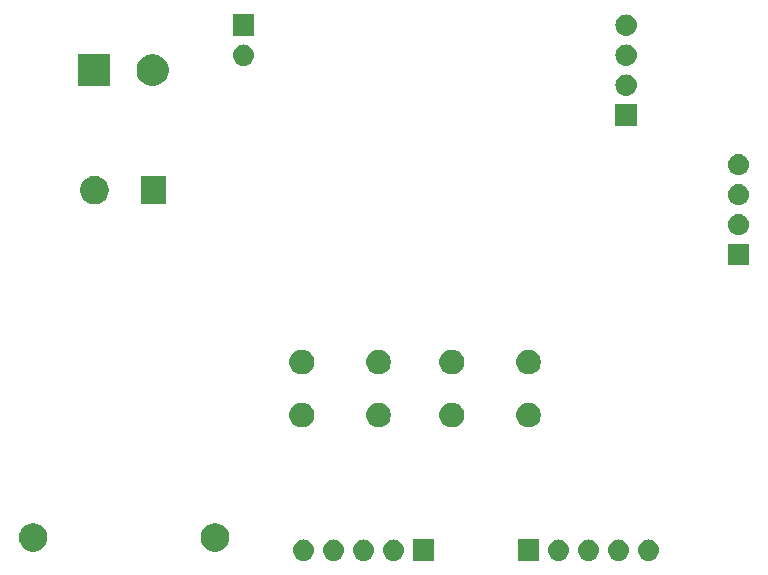
<source format=gbs>
G04 #@! TF.GenerationSoftware,KiCad,Pcbnew,(5.1.2)-1*
G04 #@! TF.CreationDate,2019-12-22T13:40:19+06:00*
G04 #@! TF.ProjectId,esp12e-simple-board,65737031-3265-42d7-9369-6d706c652d62,rev?*
G04 #@! TF.SameCoordinates,Original*
G04 #@! TF.FileFunction,Soldermask,Bot*
G04 #@! TF.FilePolarity,Negative*
%FSLAX46Y46*%
G04 Gerber Fmt 4.6, Leading zero omitted, Abs format (unit mm)*
G04 Created by KiCad (PCBNEW (5.1.2)-1) date 2019-12-22 13:40:19*
%MOMM*%
%LPD*%
G04 APERTURE LIST*
%ADD10C,0.100000*%
G04 APERTURE END LIST*
D10*
G36*
X49161000Y-60591000D02*
G01*
X47359000Y-60591000D01*
X47359000Y-58789000D01*
X49161000Y-58789000D01*
X49161000Y-60591000D01*
X49161000Y-60591000D01*
G37*
G36*
X43290442Y-58795518D02*
G01*
X43356627Y-58802037D01*
X43526466Y-58853557D01*
X43682991Y-58937222D01*
X43718729Y-58966552D01*
X43820186Y-59049814D01*
X43903448Y-59151271D01*
X43932778Y-59187009D01*
X44016443Y-59343534D01*
X44067963Y-59513373D01*
X44085359Y-59690000D01*
X44067963Y-59866627D01*
X44016443Y-60036466D01*
X43932778Y-60192991D01*
X43903448Y-60228729D01*
X43820186Y-60330186D01*
X43718729Y-60413448D01*
X43682991Y-60442778D01*
X43526466Y-60526443D01*
X43356627Y-60577963D01*
X43290443Y-60584481D01*
X43224260Y-60591000D01*
X43135740Y-60591000D01*
X43069557Y-60584481D01*
X43003373Y-60577963D01*
X42833534Y-60526443D01*
X42677009Y-60442778D01*
X42641271Y-60413448D01*
X42539814Y-60330186D01*
X42456552Y-60228729D01*
X42427222Y-60192991D01*
X42343557Y-60036466D01*
X42292037Y-59866627D01*
X42274641Y-59690000D01*
X42292037Y-59513373D01*
X42343557Y-59343534D01*
X42427222Y-59187009D01*
X42456552Y-59151271D01*
X42539814Y-59049814D01*
X42641271Y-58966552D01*
X42677009Y-58937222D01*
X42833534Y-58853557D01*
X43003373Y-58802037D01*
X43069558Y-58795518D01*
X43135740Y-58789000D01*
X43224260Y-58789000D01*
X43290442Y-58795518D01*
X43290442Y-58795518D01*
G37*
G36*
X45830442Y-58795518D02*
G01*
X45896627Y-58802037D01*
X46066466Y-58853557D01*
X46222991Y-58937222D01*
X46258729Y-58966552D01*
X46360186Y-59049814D01*
X46443448Y-59151271D01*
X46472778Y-59187009D01*
X46556443Y-59343534D01*
X46607963Y-59513373D01*
X46625359Y-59690000D01*
X46607963Y-59866627D01*
X46556443Y-60036466D01*
X46472778Y-60192991D01*
X46443448Y-60228729D01*
X46360186Y-60330186D01*
X46258729Y-60413448D01*
X46222991Y-60442778D01*
X46066466Y-60526443D01*
X45896627Y-60577963D01*
X45830443Y-60584481D01*
X45764260Y-60591000D01*
X45675740Y-60591000D01*
X45609557Y-60584481D01*
X45543373Y-60577963D01*
X45373534Y-60526443D01*
X45217009Y-60442778D01*
X45181271Y-60413448D01*
X45079814Y-60330186D01*
X44996552Y-60228729D01*
X44967222Y-60192991D01*
X44883557Y-60036466D01*
X44832037Y-59866627D01*
X44814641Y-59690000D01*
X44832037Y-59513373D01*
X44883557Y-59343534D01*
X44967222Y-59187009D01*
X44996552Y-59151271D01*
X45079814Y-59049814D01*
X45181271Y-58966552D01*
X45217009Y-58937222D01*
X45373534Y-58853557D01*
X45543373Y-58802037D01*
X45609558Y-58795518D01*
X45675740Y-58789000D01*
X45764260Y-58789000D01*
X45830442Y-58795518D01*
X45830442Y-58795518D01*
G37*
G36*
X40750442Y-58795518D02*
G01*
X40816627Y-58802037D01*
X40986466Y-58853557D01*
X41142991Y-58937222D01*
X41178729Y-58966552D01*
X41280186Y-59049814D01*
X41363448Y-59151271D01*
X41392778Y-59187009D01*
X41476443Y-59343534D01*
X41527963Y-59513373D01*
X41545359Y-59690000D01*
X41527963Y-59866627D01*
X41476443Y-60036466D01*
X41392778Y-60192991D01*
X41363448Y-60228729D01*
X41280186Y-60330186D01*
X41178729Y-60413448D01*
X41142991Y-60442778D01*
X40986466Y-60526443D01*
X40816627Y-60577963D01*
X40750443Y-60584481D01*
X40684260Y-60591000D01*
X40595740Y-60591000D01*
X40529557Y-60584481D01*
X40463373Y-60577963D01*
X40293534Y-60526443D01*
X40137009Y-60442778D01*
X40101271Y-60413448D01*
X39999814Y-60330186D01*
X39916552Y-60228729D01*
X39887222Y-60192991D01*
X39803557Y-60036466D01*
X39752037Y-59866627D01*
X39734641Y-59690000D01*
X39752037Y-59513373D01*
X39803557Y-59343534D01*
X39887222Y-59187009D01*
X39916552Y-59151271D01*
X39999814Y-59049814D01*
X40101271Y-58966552D01*
X40137009Y-58937222D01*
X40293534Y-58853557D01*
X40463373Y-58802037D01*
X40529558Y-58795518D01*
X40595740Y-58789000D01*
X40684260Y-58789000D01*
X40750442Y-58795518D01*
X40750442Y-58795518D01*
G37*
G36*
X38210442Y-58795518D02*
G01*
X38276627Y-58802037D01*
X38446466Y-58853557D01*
X38602991Y-58937222D01*
X38638729Y-58966552D01*
X38740186Y-59049814D01*
X38823448Y-59151271D01*
X38852778Y-59187009D01*
X38936443Y-59343534D01*
X38987963Y-59513373D01*
X39005359Y-59690000D01*
X38987963Y-59866627D01*
X38936443Y-60036466D01*
X38852778Y-60192991D01*
X38823448Y-60228729D01*
X38740186Y-60330186D01*
X38638729Y-60413448D01*
X38602991Y-60442778D01*
X38446466Y-60526443D01*
X38276627Y-60577963D01*
X38210443Y-60584481D01*
X38144260Y-60591000D01*
X38055740Y-60591000D01*
X37989557Y-60584481D01*
X37923373Y-60577963D01*
X37753534Y-60526443D01*
X37597009Y-60442778D01*
X37561271Y-60413448D01*
X37459814Y-60330186D01*
X37376552Y-60228729D01*
X37347222Y-60192991D01*
X37263557Y-60036466D01*
X37212037Y-59866627D01*
X37194641Y-59690000D01*
X37212037Y-59513373D01*
X37263557Y-59343534D01*
X37347222Y-59187009D01*
X37376552Y-59151271D01*
X37459814Y-59049814D01*
X37561271Y-58966552D01*
X37597009Y-58937222D01*
X37753534Y-58853557D01*
X37923373Y-58802037D01*
X37989558Y-58795518D01*
X38055740Y-58789000D01*
X38144260Y-58789000D01*
X38210442Y-58795518D01*
X38210442Y-58795518D01*
G37*
G36*
X58051000Y-60591000D02*
G01*
X56249000Y-60591000D01*
X56249000Y-58789000D01*
X58051000Y-58789000D01*
X58051000Y-60591000D01*
X58051000Y-60591000D01*
G37*
G36*
X59800442Y-58795518D02*
G01*
X59866627Y-58802037D01*
X60036466Y-58853557D01*
X60192991Y-58937222D01*
X60228729Y-58966552D01*
X60330186Y-59049814D01*
X60413448Y-59151271D01*
X60442778Y-59187009D01*
X60526443Y-59343534D01*
X60577963Y-59513373D01*
X60595359Y-59690000D01*
X60577963Y-59866627D01*
X60526443Y-60036466D01*
X60442778Y-60192991D01*
X60413448Y-60228729D01*
X60330186Y-60330186D01*
X60228729Y-60413448D01*
X60192991Y-60442778D01*
X60036466Y-60526443D01*
X59866627Y-60577963D01*
X59800443Y-60584481D01*
X59734260Y-60591000D01*
X59645740Y-60591000D01*
X59579557Y-60584481D01*
X59513373Y-60577963D01*
X59343534Y-60526443D01*
X59187009Y-60442778D01*
X59151271Y-60413448D01*
X59049814Y-60330186D01*
X58966552Y-60228729D01*
X58937222Y-60192991D01*
X58853557Y-60036466D01*
X58802037Y-59866627D01*
X58784641Y-59690000D01*
X58802037Y-59513373D01*
X58853557Y-59343534D01*
X58937222Y-59187009D01*
X58966552Y-59151271D01*
X59049814Y-59049814D01*
X59151271Y-58966552D01*
X59187009Y-58937222D01*
X59343534Y-58853557D01*
X59513373Y-58802037D01*
X59579558Y-58795518D01*
X59645740Y-58789000D01*
X59734260Y-58789000D01*
X59800442Y-58795518D01*
X59800442Y-58795518D01*
G37*
G36*
X62340442Y-58795518D02*
G01*
X62406627Y-58802037D01*
X62576466Y-58853557D01*
X62732991Y-58937222D01*
X62768729Y-58966552D01*
X62870186Y-59049814D01*
X62953448Y-59151271D01*
X62982778Y-59187009D01*
X63066443Y-59343534D01*
X63117963Y-59513373D01*
X63135359Y-59690000D01*
X63117963Y-59866627D01*
X63066443Y-60036466D01*
X62982778Y-60192991D01*
X62953448Y-60228729D01*
X62870186Y-60330186D01*
X62768729Y-60413448D01*
X62732991Y-60442778D01*
X62576466Y-60526443D01*
X62406627Y-60577963D01*
X62340443Y-60584481D01*
X62274260Y-60591000D01*
X62185740Y-60591000D01*
X62119557Y-60584481D01*
X62053373Y-60577963D01*
X61883534Y-60526443D01*
X61727009Y-60442778D01*
X61691271Y-60413448D01*
X61589814Y-60330186D01*
X61506552Y-60228729D01*
X61477222Y-60192991D01*
X61393557Y-60036466D01*
X61342037Y-59866627D01*
X61324641Y-59690000D01*
X61342037Y-59513373D01*
X61393557Y-59343534D01*
X61477222Y-59187009D01*
X61506552Y-59151271D01*
X61589814Y-59049814D01*
X61691271Y-58966552D01*
X61727009Y-58937222D01*
X61883534Y-58853557D01*
X62053373Y-58802037D01*
X62119558Y-58795518D01*
X62185740Y-58789000D01*
X62274260Y-58789000D01*
X62340442Y-58795518D01*
X62340442Y-58795518D01*
G37*
G36*
X64880442Y-58795518D02*
G01*
X64946627Y-58802037D01*
X65116466Y-58853557D01*
X65272991Y-58937222D01*
X65308729Y-58966552D01*
X65410186Y-59049814D01*
X65493448Y-59151271D01*
X65522778Y-59187009D01*
X65606443Y-59343534D01*
X65657963Y-59513373D01*
X65675359Y-59690000D01*
X65657963Y-59866627D01*
X65606443Y-60036466D01*
X65522778Y-60192991D01*
X65493448Y-60228729D01*
X65410186Y-60330186D01*
X65308729Y-60413448D01*
X65272991Y-60442778D01*
X65116466Y-60526443D01*
X64946627Y-60577963D01*
X64880443Y-60584481D01*
X64814260Y-60591000D01*
X64725740Y-60591000D01*
X64659557Y-60584481D01*
X64593373Y-60577963D01*
X64423534Y-60526443D01*
X64267009Y-60442778D01*
X64231271Y-60413448D01*
X64129814Y-60330186D01*
X64046552Y-60228729D01*
X64017222Y-60192991D01*
X63933557Y-60036466D01*
X63882037Y-59866627D01*
X63864641Y-59690000D01*
X63882037Y-59513373D01*
X63933557Y-59343534D01*
X64017222Y-59187009D01*
X64046552Y-59151271D01*
X64129814Y-59049814D01*
X64231271Y-58966552D01*
X64267009Y-58937222D01*
X64423534Y-58853557D01*
X64593373Y-58802037D01*
X64659558Y-58795518D01*
X64725740Y-58789000D01*
X64814260Y-58789000D01*
X64880442Y-58795518D01*
X64880442Y-58795518D01*
G37*
G36*
X67420442Y-58795518D02*
G01*
X67486627Y-58802037D01*
X67656466Y-58853557D01*
X67812991Y-58937222D01*
X67848729Y-58966552D01*
X67950186Y-59049814D01*
X68033448Y-59151271D01*
X68062778Y-59187009D01*
X68146443Y-59343534D01*
X68197963Y-59513373D01*
X68215359Y-59690000D01*
X68197963Y-59866627D01*
X68146443Y-60036466D01*
X68062778Y-60192991D01*
X68033448Y-60228729D01*
X67950186Y-60330186D01*
X67848729Y-60413448D01*
X67812991Y-60442778D01*
X67656466Y-60526443D01*
X67486627Y-60577963D01*
X67420443Y-60584481D01*
X67354260Y-60591000D01*
X67265740Y-60591000D01*
X67199557Y-60584481D01*
X67133373Y-60577963D01*
X66963534Y-60526443D01*
X66807009Y-60442778D01*
X66771271Y-60413448D01*
X66669814Y-60330186D01*
X66586552Y-60228729D01*
X66557222Y-60192991D01*
X66473557Y-60036466D01*
X66422037Y-59866627D01*
X66404641Y-59690000D01*
X66422037Y-59513373D01*
X66473557Y-59343534D01*
X66557222Y-59187009D01*
X66586552Y-59151271D01*
X66669814Y-59049814D01*
X66771271Y-58966552D01*
X66807009Y-58937222D01*
X66963534Y-58853557D01*
X67133373Y-58802037D01*
X67199558Y-58795518D01*
X67265740Y-58789000D01*
X67354260Y-58789000D01*
X67420442Y-58795518D01*
X67420442Y-58795518D01*
G37*
G36*
X15550318Y-57455153D02*
G01*
X15768885Y-57545687D01*
X15768887Y-57545688D01*
X15965593Y-57677122D01*
X16132878Y-57844407D01*
X16264312Y-58041113D01*
X16264313Y-58041115D01*
X16354847Y-58259682D01*
X16401000Y-58491710D01*
X16401000Y-58728290D01*
X16354847Y-58960318D01*
X16264313Y-59178885D01*
X16264312Y-59178887D01*
X16132878Y-59375593D01*
X15965593Y-59542878D01*
X15768887Y-59674312D01*
X15768886Y-59674313D01*
X15768885Y-59674313D01*
X15550318Y-59764847D01*
X15318290Y-59811000D01*
X15081710Y-59811000D01*
X14849682Y-59764847D01*
X14631115Y-59674313D01*
X14631114Y-59674313D01*
X14631113Y-59674312D01*
X14434407Y-59542878D01*
X14267122Y-59375593D01*
X14135688Y-59178887D01*
X14135687Y-59178885D01*
X14045153Y-58960318D01*
X13999000Y-58728290D01*
X13999000Y-58491710D01*
X14045153Y-58259682D01*
X14135687Y-58041115D01*
X14135688Y-58041113D01*
X14267122Y-57844407D01*
X14434407Y-57677122D01*
X14631113Y-57545688D01*
X14631115Y-57545687D01*
X14849682Y-57455153D01*
X15081710Y-57409000D01*
X15318290Y-57409000D01*
X15550318Y-57455153D01*
X15550318Y-57455153D01*
G37*
G36*
X30950318Y-57455153D02*
G01*
X31168885Y-57545687D01*
X31168887Y-57545688D01*
X31365593Y-57677122D01*
X31532878Y-57844407D01*
X31664312Y-58041113D01*
X31664313Y-58041115D01*
X31754847Y-58259682D01*
X31801000Y-58491710D01*
X31801000Y-58728290D01*
X31754847Y-58960318D01*
X31664313Y-59178885D01*
X31664312Y-59178887D01*
X31532878Y-59375593D01*
X31365593Y-59542878D01*
X31168887Y-59674312D01*
X31168886Y-59674313D01*
X31168885Y-59674313D01*
X30950318Y-59764847D01*
X30718290Y-59811000D01*
X30481710Y-59811000D01*
X30249682Y-59764847D01*
X30031115Y-59674313D01*
X30031114Y-59674313D01*
X30031113Y-59674312D01*
X29834407Y-59542878D01*
X29667122Y-59375593D01*
X29535688Y-59178887D01*
X29535687Y-59178885D01*
X29445153Y-58960318D01*
X29399000Y-58728290D01*
X29399000Y-58491710D01*
X29445153Y-58259682D01*
X29535687Y-58041115D01*
X29535688Y-58041113D01*
X29667122Y-57844407D01*
X29834407Y-57677122D01*
X30031113Y-57545688D01*
X30031115Y-57545687D01*
X30249682Y-57455153D01*
X30481710Y-57409000D01*
X30718290Y-57409000D01*
X30950318Y-57455153D01*
X30950318Y-57455153D01*
G37*
G36*
X38256564Y-47249389D02*
G01*
X38447833Y-47328615D01*
X38447835Y-47328616D01*
X38619973Y-47443635D01*
X38766365Y-47590027D01*
X38881385Y-47762167D01*
X38960611Y-47953436D01*
X39001000Y-48156484D01*
X39001000Y-48363516D01*
X38960611Y-48566564D01*
X38881385Y-48757833D01*
X38881384Y-48757835D01*
X38766365Y-48929973D01*
X38619973Y-49076365D01*
X38447835Y-49191384D01*
X38447834Y-49191385D01*
X38447833Y-49191385D01*
X38256564Y-49270611D01*
X38053516Y-49311000D01*
X37846484Y-49311000D01*
X37643436Y-49270611D01*
X37452167Y-49191385D01*
X37452166Y-49191385D01*
X37452165Y-49191384D01*
X37280027Y-49076365D01*
X37133635Y-48929973D01*
X37018616Y-48757835D01*
X37018615Y-48757833D01*
X36939389Y-48566564D01*
X36899000Y-48363516D01*
X36899000Y-48156484D01*
X36939389Y-47953436D01*
X37018615Y-47762167D01*
X37133635Y-47590027D01*
X37280027Y-47443635D01*
X37452165Y-47328616D01*
X37452167Y-47328615D01*
X37643436Y-47249389D01*
X37846484Y-47209000D01*
X38053516Y-47209000D01*
X38256564Y-47249389D01*
X38256564Y-47249389D01*
G37*
G36*
X57456564Y-47249389D02*
G01*
X57647833Y-47328615D01*
X57647835Y-47328616D01*
X57819973Y-47443635D01*
X57966365Y-47590027D01*
X58081385Y-47762167D01*
X58160611Y-47953436D01*
X58201000Y-48156484D01*
X58201000Y-48363516D01*
X58160611Y-48566564D01*
X58081385Y-48757833D01*
X58081384Y-48757835D01*
X57966365Y-48929973D01*
X57819973Y-49076365D01*
X57647835Y-49191384D01*
X57647834Y-49191385D01*
X57647833Y-49191385D01*
X57456564Y-49270611D01*
X57253516Y-49311000D01*
X57046484Y-49311000D01*
X56843436Y-49270611D01*
X56652167Y-49191385D01*
X56652166Y-49191385D01*
X56652165Y-49191384D01*
X56480027Y-49076365D01*
X56333635Y-48929973D01*
X56218616Y-48757835D01*
X56218615Y-48757833D01*
X56139389Y-48566564D01*
X56099000Y-48363516D01*
X56099000Y-48156484D01*
X56139389Y-47953436D01*
X56218615Y-47762167D01*
X56333635Y-47590027D01*
X56480027Y-47443635D01*
X56652165Y-47328616D01*
X56652167Y-47328615D01*
X56843436Y-47249389D01*
X57046484Y-47209000D01*
X57253516Y-47209000D01*
X57456564Y-47249389D01*
X57456564Y-47249389D01*
G37*
G36*
X50956564Y-47249389D02*
G01*
X51147833Y-47328615D01*
X51147835Y-47328616D01*
X51319973Y-47443635D01*
X51466365Y-47590027D01*
X51581385Y-47762167D01*
X51660611Y-47953436D01*
X51701000Y-48156484D01*
X51701000Y-48363516D01*
X51660611Y-48566564D01*
X51581385Y-48757833D01*
X51581384Y-48757835D01*
X51466365Y-48929973D01*
X51319973Y-49076365D01*
X51147835Y-49191384D01*
X51147834Y-49191385D01*
X51147833Y-49191385D01*
X50956564Y-49270611D01*
X50753516Y-49311000D01*
X50546484Y-49311000D01*
X50343436Y-49270611D01*
X50152167Y-49191385D01*
X50152166Y-49191385D01*
X50152165Y-49191384D01*
X49980027Y-49076365D01*
X49833635Y-48929973D01*
X49718616Y-48757835D01*
X49718615Y-48757833D01*
X49639389Y-48566564D01*
X49599000Y-48363516D01*
X49599000Y-48156484D01*
X49639389Y-47953436D01*
X49718615Y-47762167D01*
X49833635Y-47590027D01*
X49980027Y-47443635D01*
X50152165Y-47328616D01*
X50152167Y-47328615D01*
X50343436Y-47249389D01*
X50546484Y-47209000D01*
X50753516Y-47209000D01*
X50956564Y-47249389D01*
X50956564Y-47249389D01*
G37*
G36*
X44756564Y-47249389D02*
G01*
X44947833Y-47328615D01*
X44947835Y-47328616D01*
X45119973Y-47443635D01*
X45266365Y-47590027D01*
X45381385Y-47762167D01*
X45460611Y-47953436D01*
X45501000Y-48156484D01*
X45501000Y-48363516D01*
X45460611Y-48566564D01*
X45381385Y-48757833D01*
X45381384Y-48757835D01*
X45266365Y-48929973D01*
X45119973Y-49076365D01*
X44947835Y-49191384D01*
X44947834Y-49191385D01*
X44947833Y-49191385D01*
X44756564Y-49270611D01*
X44553516Y-49311000D01*
X44346484Y-49311000D01*
X44143436Y-49270611D01*
X43952167Y-49191385D01*
X43952166Y-49191385D01*
X43952165Y-49191384D01*
X43780027Y-49076365D01*
X43633635Y-48929973D01*
X43518616Y-48757835D01*
X43518615Y-48757833D01*
X43439389Y-48566564D01*
X43399000Y-48363516D01*
X43399000Y-48156484D01*
X43439389Y-47953436D01*
X43518615Y-47762167D01*
X43633635Y-47590027D01*
X43780027Y-47443635D01*
X43952165Y-47328616D01*
X43952167Y-47328615D01*
X44143436Y-47249389D01*
X44346484Y-47209000D01*
X44553516Y-47209000D01*
X44756564Y-47249389D01*
X44756564Y-47249389D01*
G37*
G36*
X44756564Y-42749389D02*
G01*
X44947833Y-42828615D01*
X44947835Y-42828616D01*
X45119973Y-42943635D01*
X45266365Y-43090027D01*
X45381385Y-43262167D01*
X45460611Y-43453436D01*
X45501000Y-43656484D01*
X45501000Y-43863516D01*
X45460611Y-44066564D01*
X45381385Y-44257833D01*
X45381384Y-44257835D01*
X45266365Y-44429973D01*
X45119973Y-44576365D01*
X44947835Y-44691384D01*
X44947834Y-44691385D01*
X44947833Y-44691385D01*
X44756564Y-44770611D01*
X44553516Y-44811000D01*
X44346484Y-44811000D01*
X44143436Y-44770611D01*
X43952167Y-44691385D01*
X43952166Y-44691385D01*
X43952165Y-44691384D01*
X43780027Y-44576365D01*
X43633635Y-44429973D01*
X43518616Y-44257835D01*
X43518615Y-44257833D01*
X43439389Y-44066564D01*
X43399000Y-43863516D01*
X43399000Y-43656484D01*
X43439389Y-43453436D01*
X43518615Y-43262167D01*
X43633635Y-43090027D01*
X43780027Y-42943635D01*
X43952165Y-42828616D01*
X43952167Y-42828615D01*
X44143436Y-42749389D01*
X44346484Y-42709000D01*
X44553516Y-42709000D01*
X44756564Y-42749389D01*
X44756564Y-42749389D01*
G37*
G36*
X50956564Y-42749389D02*
G01*
X51147833Y-42828615D01*
X51147835Y-42828616D01*
X51319973Y-42943635D01*
X51466365Y-43090027D01*
X51581385Y-43262167D01*
X51660611Y-43453436D01*
X51701000Y-43656484D01*
X51701000Y-43863516D01*
X51660611Y-44066564D01*
X51581385Y-44257833D01*
X51581384Y-44257835D01*
X51466365Y-44429973D01*
X51319973Y-44576365D01*
X51147835Y-44691384D01*
X51147834Y-44691385D01*
X51147833Y-44691385D01*
X50956564Y-44770611D01*
X50753516Y-44811000D01*
X50546484Y-44811000D01*
X50343436Y-44770611D01*
X50152167Y-44691385D01*
X50152166Y-44691385D01*
X50152165Y-44691384D01*
X49980027Y-44576365D01*
X49833635Y-44429973D01*
X49718616Y-44257835D01*
X49718615Y-44257833D01*
X49639389Y-44066564D01*
X49599000Y-43863516D01*
X49599000Y-43656484D01*
X49639389Y-43453436D01*
X49718615Y-43262167D01*
X49833635Y-43090027D01*
X49980027Y-42943635D01*
X50152165Y-42828616D01*
X50152167Y-42828615D01*
X50343436Y-42749389D01*
X50546484Y-42709000D01*
X50753516Y-42709000D01*
X50956564Y-42749389D01*
X50956564Y-42749389D01*
G37*
G36*
X57456564Y-42749389D02*
G01*
X57647833Y-42828615D01*
X57647835Y-42828616D01*
X57819973Y-42943635D01*
X57966365Y-43090027D01*
X58081385Y-43262167D01*
X58160611Y-43453436D01*
X58201000Y-43656484D01*
X58201000Y-43863516D01*
X58160611Y-44066564D01*
X58081385Y-44257833D01*
X58081384Y-44257835D01*
X57966365Y-44429973D01*
X57819973Y-44576365D01*
X57647835Y-44691384D01*
X57647834Y-44691385D01*
X57647833Y-44691385D01*
X57456564Y-44770611D01*
X57253516Y-44811000D01*
X57046484Y-44811000D01*
X56843436Y-44770611D01*
X56652167Y-44691385D01*
X56652166Y-44691385D01*
X56652165Y-44691384D01*
X56480027Y-44576365D01*
X56333635Y-44429973D01*
X56218616Y-44257835D01*
X56218615Y-44257833D01*
X56139389Y-44066564D01*
X56099000Y-43863516D01*
X56099000Y-43656484D01*
X56139389Y-43453436D01*
X56218615Y-43262167D01*
X56333635Y-43090027D01*
X56480027Y-42943635D01*
X56652165Y-42828616D01*
X56652167Y-42828615D01*
X56843436Y-42749389D01*
X57046484Y-42709000D01*
X57253516Y-42709000D01*
X57456564Y-42749389D01*
X57456564Y-42749389D01*
G37*
G36*
X38256564Y-42749389D02*
G01*
X38447833Y-42828615D01*
X38447835Y-42828616D01*
X38619973Y-42943635D01*
X38766365Y-43090027D01*
X38881385Y-43262167D01*
X38960611Y-43453436D01*
X39001000Y-43656484D01*
X39001000Y-43863516D01*
X38960611Y-44066564D01*
X38881385Y-44257833D01*
X38881384Y-44257835D01*
X38766365Y-44429973D01*
X38619973Y-44576365D01*
X38447835Y-44691384D01*
X38447834Y-44691385D01*
X38447833Y-44691385D01*
X38256564Y-44770611D01*
X38053516Y-44811000D01*
X37846484Y-44811000D01*
X37643436Y-44770611D01*
X37452167Y-44691385D01*
X37452166Y-44691385D01*
X37452165Y-44691384D01*
X37280027Y-44576365D01*
X37133635Y-44429973D01*
X37018616Y-44257835D01*
X37018615Y-44257833D01*
X36939389Y-44066564D01*
X36899000Y-43863516D01*
X36899000Y-43656484D01*
X36939389Y-43453436D01*
X37018615Y-43262167D01*
X37133635Y-43090027D01*
X37280027Y-42943635D01*
X37452165Y-42828616D01*
X37452167Y-42828615D01*
X37643436Y-42749389D01*
X37846484Y-42709000D01*
X38053516Y-42709000D01*
X38256564Y-42749389D01*
X38256564Y-42749389D01*
G37*
G36*
X75831000Y-35572000D02*
G01*
X74029000Y-35572000D01*
X74029000Y-33770000D01*
X75831000Y-33770000D01*
X75831000Y-35572000D01*
X75831000Y-35572000D01*
G37*
G36*
X75040442Y-31236518D02*
G01*
X75106627Y-31243037D01*
X75276466Y-31294557D01*
X75432991Y-31378222D01*
X75468729Y-31407552D01*
X75570186Y-31490814D01*
X75653448Y-31592271D01*
X75682778Y-31628009D01*
X75766443Y-31784534D01*
X75817963Y-31954373D01*
X75835359Y-32131000D01*
X75817963Y-32307627D01*
X75766443Y-32477466D01*
X75682778Y-32633991D01*
X75653448Y-32669729D01*
X75570186Y-32771186D01*
X75468729Y-32854448D01*
X75432991Y-32883778D01*
X75276466Y-32967443D01*
X75106627Y-33018963D01*
X75040442Y-33025482D01*
X74974260Y-33032000D01*
X74885740Y-33032000D01*
X74819558Y-33025482D01*
X74753373Y-33018963D01*
X74583534Y-32967443D01*
X74427009Y-32883778D01*
X74391271Y-32854448D01*
X74289814Y-32771186D01*
X74206552Y-32669729D01*
X74177222Y-32633991D01*
X74093557Y-32477466D01*
X74042037Y-32307627D01*
X74024641Y-32131000D01*
X74042037Y-31954373D01*
X74093557Y-31784534D01*
X74177222Y-31628009D01*
X74206552Y-31592271D01*
X74289814Y-31490814D01*
X74391271Y-31407552D01*
X74427009Y-31378222D01*
X74583534Y-31294557D01*
X74753373Y-31243037D01*
X74819558Y-31236518D01*
X74885740Y-31230000D01*
X74974260Y-31230000D01*
X75040442Y-31236518D01*
X75040442Y-31236518D01*
G37*
G36*
X75040442Y-28696518D02*
G01*
X75106627Y-28703037D01*
X75276466Y-28754557D01*
X75432991Y-28838222D01*
X75459140Y-28859682D01*
X75570186Y-28950814D01*
X75653448Y-29052271D01*
X75682778Y-29088009D01*
X75766443Y-29244534D01*
X75817963Y-29414373D01*
X75835359Y-29591000D01*
X75817963Y-29767627D01*
X75766443Y-29937466D01*
X75682778Y-30093991D01*
X75653448Y-30129729D01*
X75570186Y-30231186D01*
X75468729Y-30314448D01*
X75432991Y-30343778D01*
X75432989Y-30343779D01*
X75307229Y-30411000D01*
X75276466Y-30427443D01*
X75106627Y-30478963D01*
X75040443Y-30485481D01*
X74974260Y-30492000D01*
X74885740Y-30492000D01*
X74819557Y-30485481D01*
X74753373Y-30478963D01*
X74583534Y-30427443D01*
X74552772Y-30411000D01*
X74427011Y-30343779D01*
X74427009Y-30343778D01*
X74391271Y-30314448D01*
X74289814Y-30231186D01*
X74206552Y-30129729D01*
X74177222Y-30093991D01*
X74093557Y-29937466D01*
X74042037Y-29767627D01*
X74024641Y-29591000D01*
X74042037Y-29414373D01*
X74093557Y-29244534D01*
X74177222Y-29088009D01*
X74206552Y-29052271D01*
X74289814Y-28950814D01*
X74400860Y-28859682D01*
X74427009Y-28838222D01*
X74583534Y-28754557D01*
X74753373Y-28703037D01*
X74819558Y-28696518D01*
X74885740Y-28690000D01*
X74974260Y-28690000D01*
X75040442Y-28696518D01*
X75040442Y-28696518D01*
G37*
G36*
X20750318Y-28055153D02*
G01*
X20968885Y-28145687D01*
X20968887Y-28145688D01*
X21165593Y-28277122D01*
X21332878Y-28444407D01*
X21464312Y-28641113D01*
X21464313Y-28641115D01*
X21554847Y-28859682D01*
X21601000Y-29091710D01*
X21601000Y-29328290D01*
X21554847Y-29560318D01*
X21468977Y-29767625D01*
X21464312Y-29778887D01*
X21332878Y-29975593D01*
X21165593Y-30142878D01*
X20968887Y-30274312D01*
X20968886Y-30274313D01*
X20968885Y-30274313D01*
X20750318Y-30364847D01*
X20518290Y-30411000D01*
X20281710Y-30411000D01*
X20049682Y-30364847D01*
X19831115Y-30274313D01*
X19831114Y-30274313D01*
X19831113Y-30274312D01*
X19634407Y-30142878D01*
X19467122Y-29975593D01*
X19335688Y-29778887D01*
X19331023Y-29767625D01*
X19245153Y-29560318D01*
X19199000Y-29328290D01*
X19199000Y-29091710D01*
X19245153Y-28859682D01*
X19335687Y-28641115D01*
X19335688Y-28641113D01*
X19467122Y-28444407D01*
X19634407Y-28277122D01*
X19831113Y-28145688D01*
X19831115Y-28145687D01*
X20049682Y-28055153D01*
X20281710Y-28009000D01*
X20518290Y-28009000D01*
X20750318Y-28055153D01*
X20750318Y-28055153D01*
G37*
G36*
X26451000Y-30411000D02*
G01*
X24349000Y-30411000D01*
X24349000Y-28009000D01*
X26451000Y-28009000D01*
X26451000Y-30411000D01*
X26451000Y-30411000D01*
G37*
G36*
X75040443Y-26156519D02*
G01*
X75106627Y-26163037D01*
X75276466Y-26214557D01*
X75432991Y-26298222D01*
X75468729Y-26327552D01*
X75570186Y-26410814D01*
X75653448Y-26512271D01*
X75682778Y-26548009D01*
X75766443Y-26704534D01*
X75817963Y-26874373D01*
X75835359Y-27051000D01*
X75817963Y-27227627D01*
X75766443Y-27397466D01*
X75682778Y-27553991D01*
X75653448Y-27589729D01*
X75570186Y-27691186D01*
X75468729Y-27774448D01*
X75432991Y-27803778D01*
X75276466Y-27887443D01*
X75106627Y-27938963D01*
X75040442Y-27945482D01*
X74974260Y-27952000D01*
X74885740Y-27952000D01*
X74819558Y-27945482D01*
X74753373Y-27938963D01*
X74583534Y-27887443D01*
X74427009Y-27803778D01*
X74391271Y-27774448D01*
X74289814Y-27691186D01*
X74206552Y-27589729D01*
X74177222Y-27553991D01*
X74093557Y-27397466D01*
X74042037Y-27227627D01*
X74024641Y-27051000D01*
X74042037Y-26874373D01*
X74093557Y-26704534D01*
X74177222Y-26548009D01*
X74206552Y-26512271D01*
X74289814Y-26410814D01*
X74391271Y-26327552D01*
X74427009Y-26298222D01*
X74583534Y-26214557D01*
X74753373Y-26163037D01*
X74819557Y-26156519D01*
X74885740Y-26150000D01*
X74974260Y-26150000D01*
X75040443Y-26156519D01*
X75040443Y-26156519D01*
G37*
G36*
X66306000Y-23761000D02*
G01*
X64504000Y-23761000D01*
X64504000Y-21959000D01*
X66306000Y-21959000D01*
X66306000Y-23761000D01*
X66306000Y-23761000D01*
G37*
G36*
X65515443Y-19425519D02*
G01*
X65581627Y-19432037D01*
X65751466Y-19483557D01*
X65907991Y-19567222D01*
X65943729Y-19596552D01*
X66045186Y-19679814D01*
X66128448Y-19781271D01*
X66157778Y-19817009D01*
X66241443Y-19973534D01*
X66292963Y-20143373D01*
X66310359Y-20320000D01*
X66292963Y-20496627D01*
X66241443Y-20666466D01*
X66157778Y-20822991D01*
X66128448Y-20858729D01*
X66045186Y-20960186D01*
X65943729Y-21043448D01*
X65907991Y-21072778D01*
X65751466Y-21156443D01*
X65581627Y-21207963D01*
X65515442Y-21214482D01*
X65449260Y-21221000D01*
X65360740Y-21221000D01*
X65294558Y-21214482D01*
X65228373Y-21207963D01*
X65058534Y-21156443D01*
X64902009Y-21072778D01*
X64866271Y-21043448D01*
X64764814Y-20960186D01*
X64681552Y-20858729D01*
X64652222Y-20822991D01*
X64568557Y-20666466D01*
X64517037Y-20496627D01*
X64499641Y-20320000D01*
X64517037Y-20143373D01*
X64568557Y-19973534D01*
X64652222Y-19817009D01*
X64681552Y-19781271D01*
X64764814Y-19679814D01*
X64866271Y-19596552D01*
X64902009Y-19567222D01*
X65058534Y-19483557D01*
X65228373Y-19432037D01*
X65294557Y-19425519D01*
X65360740Y-19419000D01*
X65449260Y-19419000D01*
X65515443Y-19425519D01*
X65515443Y-19425519D01*
G37*
G36*
X21671000Y-20401000D02*
G01*
X18969000Y-20401000D01*
X18969000Y-17699000D01*
X21671000Y-17699000D01*
X21671000Y-20401000D01*
X21671000Y-20401000D01*
G37*
G36*
X25714072Y-17750918D02*
G01*
X25784283Y-17780000D01*
X25959939Y-17852759D01*
X26071328Y-17927187D01*
X26181211Y-18000609D01*
X26369391Y-18188789D01*
X26517242Y-18410063D01*
X26619082Y-18655928D01*
X26671000Y-18916937D01*
X26671000Y-19183063D01*
X26619082Y-19444072D01*
X26521435Y-19679815D01*
X26517241Y-19689939D01*
X26369390Y-19911212D01*
X26181212Y-20099390D01*
X25959939Y-20247241D01*
X25959938Y-20247242D01*
X25959937Y-20247242D01*
X25714072Y-20349082D01*
X25453063Y-20401000D01*
X25186937Y-20401000D01*
X24925928Y-20349082D01*
X24680063Y-20247242D01*
X24680062Y-20247242D01*
X24680061Y-20247241D01*
X24458788Y-20099390D01*
X24270610Y-19911212D01*
X24122759Y-19689939D01*
X24118566Y-19679815D01*
X24020918Y-19444072D01*
X23969000Y-19183063D01*
X23969000Y-18916937D01*
X24020918Y-18655928D01*
X24122758Y-18410063D01*
X24270609Y-18188789D01*
X24458789Y-18000609D01*
X24568672Y-17927187D01*
X24680061Y-17852759D01*
X24855718Y-17780000D01*
X24925928Y-17750918D01*
X25186937Y-17699000D01*
X25453063Y-17699000D01*
X25714072Y-17750918D01*
X25714072Y-17750918D01*
G37*
G36*
X65515443Y-16885519D02*
G01*
X65581627Y-16892037D01*
X65751466Y-16943557D01*
X65907991Y-17027222D01*
X65943729Y-17056552D01*
X66045186Y-17139814D01*
X66128448Y-17241271D01*
X66157778Y-17277009D01*
X66241443Y-17433534D01*
X66292963Y-17603373D01*
X66310359Y-17780000D01*
X66292963Y-17956627D01*
X66241443Y-18126466D01*
X66157778Y-18282991D01*
X66128448Y-18318729D01*
X66045186Y-18420186D01*
X65943729Y-18503448D01*
X65907991Y-18532778D01*
X65751466Y-18616443D01*
X65581627Y-18667963D01*
X65515443Y-18674481D01*
X65449260Y-18681000D01*
X65360740Y-18681000D01*
X65294557Y-18674481D01*
X65228373Y-18667963D01*
X65058534Y-18616443D01*
X64902009Y-18532778D01*
X64866271Y-18503448D01*
X64764814Y-18420186D01*
X64681552Y-18318729D01*
X64652222Y-18282991D01*
X64568557Y-18126466D01*
X64517037Y-17956627D01*
X64499641Y-17780000D01*
X64517037Y-17603373D01*
X64568557Y-17433534D01*
X64652222Y-17277009D01*
X64681552Y-17241271D01*
X64764814Y-17139814D01*
X64866271Y-17056552D01*
X64902009Y-17027222D01*
X65058534Y-16943557D01*
X65228373Y-16892037D01*
X65294557Y-16885519D01*
X65360740Y-16879000D01*
X65449260Y-16879000D01*
X65515443Y-16885519D01*
X65515443Y-16885519D01*
G37*
G36*
X33130443Y-16885519D02*
G01*
X33196627Y-16892037D01*
X33366466Y-16943557D01*
X33522991Y-17027222D01*
X33558729Y-17056552D01*
X33660186Y-17139814D01*
X33743448Y-17241271D01*
X33772778Y-17277009D01*
X33856443Y-17433534D01*
X33907963Y-17603373D01*
X33925359Y-17780000D01*
X33907963Y-17956627D01*
X33856443Y-18126466D01*
X33772778Y-18282991D01*
X33743448Y-18318729D01*
X33660186Y-18420186D01*
X33558729Y-18503448D01*
X33522991Y-18532778D01*
X33366466Y-18616443D01*
X33196627Y-18667963D01*
X33130443Y-18674481D01*
X33064260Y-18681000D01*
X32975740Y-18681000D01*
X32909557Y-18674481D01*
X32843373Y-18667963D01*
X32673534Y-18616443D01*
X32517009Y-18532778D01*
X32481271Y-18503448D01*
X32379814Y-18420186D01*
X32296552Y-18318729D01*
X32267222Y-18282991D01*
X32183557Y-18126466D01*
X32132037Y-17956627D01*
X32114641Y-17780000D01*
X32132037Y-17603373D01*
X32183557Y-17433534D01*
X32267222Y-17277009D01*
X32296552Y-17241271D01*
X32379814Y-17139814D01*
X32481271Y-17056552D01*
X32517009Y-17027222D01*
X32673534Y-16943557D01*
X32843373Y-16892037D01*
X32909557Y-16885519D01*
X32975740Y-16879000D01*
X33064260Y-16879000D01*
X33130443Y-16885519D01*
X33130443Y-16885519D01*
G37*
G36*
X33921000Y-16141000D02*
G01*
X32119000Y-16141000D01*
X32119000Y-14339000D01*
X33921000Y-14339000D01*
X33921000Y-16141000D01*
X33921000Y-16141000D01*
G37*
G36*
X65515443Y-14345519D02*
G01*
X65581627Y-14352037D01*
X65751466Y-14403557D01*
X65907991Y-14487222D01*
X65943729Y-14516552D01*
X66045186Y-14599814D01*
X66128448Y-14701271D01*
X66157778Y-14737009D01*
X66241443Y-14893534D01*
X66292963Y-15063373D01*
X66310359Y-15240000D01*
X66292963Y-15416627D01*
X66241443Y-15586466D01*
X66157778Y-15742991D01*
X66128448Y-15778729D01*
X66045186Y-15880186D01*
X65943729Y-15963448D01*
X65907991Y-15992778D01*
X65751466Y-16076443D01*
X65581627Y-16127963D01*
X65515443Y-16134481D01*
X65449260Y-16141000D01*
X65360740Y-16141000D01*
X65294557Y-16134481D01*
X65228373Y-16127963D01*
X65058534Y-16076443D01*
X64902009Y-15992778D01*
X64866271Y-15963448D01*
X64764814Y-15880186D01*
X64681552Y-15778729D01*
X64652222Y-15742991D01*
X64568557Y-15586466D01*
X64517037Y-15416627D01*
X64499641Y-15240000D01*
X64517037Y-15063373D01*
X64568557Y-14893534D01*
X64652222Y-14737009D01*
X64681552Y-14701271D01*
X64764814Y-14599814D01*
X64866271Y-14516552D01*
X64902009Y-14487222D01*
X65058534Y-14403557D01*
X65228373Y-14352037D01*
X65294557Y-14345519D01*
X65360740Y-14339000D01*
X65449260Y-14339000D01*
X65515443Y-14345519D01*
X65515443Y-14345519D01*
G37*
M02*

</source>
